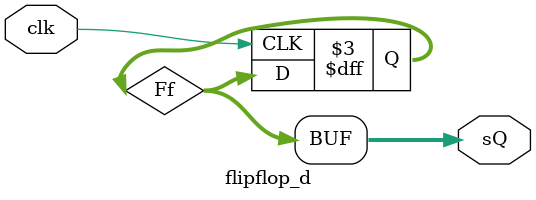
<source format=v>
module flipflop_d (clk, sQ);
	
	input 	clk;
	output	[16:0] sQ;
		reg		[16:0] Ff = 17'hF0000;
	assign 	sQ = Ff; 
	
	always @(negedge clk)
		begin
			Ff = Ff;
		end
	
endmodule

</source>
